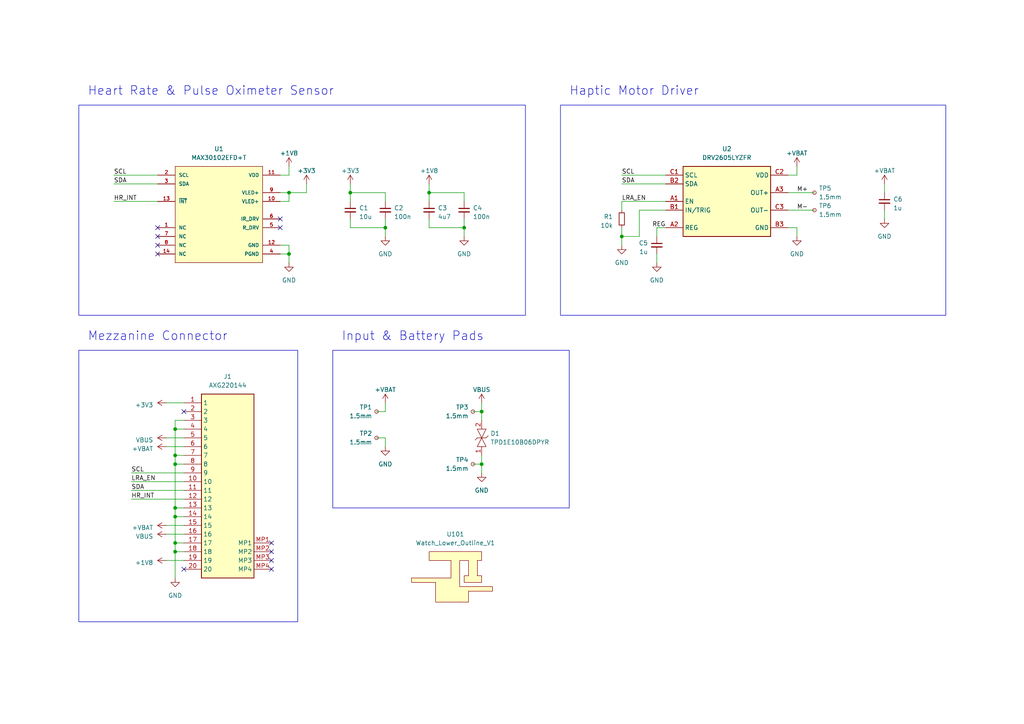
<source format=kicad_sch>
(kicad_sch (version 20230121) (generator eeschema)
  (paper "A4")
  (lib_symbols
    (symbol "AXG220144:AXG220144"
      (property "Reference" "J" (at 0 30.48 0))
      (property "Value" "AXG220144" (at 0 27.94 0))
      (symbol "AXG220144_1_1"
        (rectangle (start -7.62 25.4) (end 7.62 -27.94) (stroke (width 0.254)) (fill (type background)))
        (pin passive line (at -12.7 22.86 0) (length 5.08) (name "1") (number "1"))
        (pin passive line (at -12.7 0 0) (length 5.08) (name "10") (number "10"))
        (pin passive line (at -12.7 -2.54 0) (length 5.08) (name "11") (number "11"))
        (pin passive line (at -12.7 -5.08 0) (length 5.08) (name "12") (number "12"))
        (pin passive line (at -12.7 -7.62 0) (length 5.08) (name "13") (number "13"))
        (pin passive line (at -12.7 -10.16 0) (length 5.08) (name "14") (number "14"))
        (pin passive line (at -12.7 -12.7 0) (length 5.08) (name "15") (number "15"))
        (pin passive line (at -12.7 -15.24 0) (length 5.08) (name "16") (number "16"))
        (pin passive line (at -12.7 -17.78 0) (length 5.08) (name "17") (number "17"))
        (pin passive line (at -12.7 -20.32 0) (length 5.08) (name "18") (number "18"))
        (pin passive line (at -12.7 -22.86 0) (length 5.08) (name "19") (number "19"))
        (pin passive line (at -12.7 20.32 0) (length 5.08) (name "2") (number "2"))
        (pin passive line (at -12.7 -25.4 0) (length 5.08) (name "20") (number "20"))
        (pin passive line (at -12.7 17.78 0) (length 5.08) (name "3") (number "3"))
        (pin passive line (at -12.7 15.24 0) (length 5.08) (name "4") (number "4"))
        (pin passive line (at -12.7 12.7 0) (length 5.08) (name "5") (number "5"))
        (pin passive line (at -12.7 10.16 0) (length 5.08) (name "6") (number "6"))
        (pin passive line (at -12.7 7.62 0) (length 5.08) (name "7") (number "7"))
        (pin passive line (at -12.7 5.08 0) (length 5.08) (name "8") (number "8"))
        (pin passive line (at -12.7 2.54 0) (length 5.08) (name "9") (number "9"))
        (pin passive line (at 12.7 -17.78 180) (length 5.08) (name "MP1") (number "MP1"))
        (pin passive line (at 12.7 -20.32 180) (length 5.08) (name "MP2") (number "MP2"))
        (pin passive line (at 12.7 -22.86 180) (length 5.08) (name "MP3") (number "MP3"))
        (pin passive line (at 12.7 -25.4 180) (length 5.08) (name "MP4") (number "MP4"))
      )
    )
    (symbol "Connector:TestPoint_Small" (pin_numbers hide) (pin_names (offset 0.762) hide)
      (property "Reference" "TP" (at 0 3.81 0))
      (property "Value" "TestPoint_Small" (at 0 2.032 0))
      (symbol "TestPoint_Small_0_1"
        (circle (center 0 0) (radius 0.508))
      )
      (symbol "TestPoint_Small_1_1"
        (pin passive line (at 0 0 90) (length 0) (name "1") (number "1"))
      )
    )
    (symbol "DRV2605LYZFR:DRV2605LYZFR"
      (property "Reference" "U" (at 0 15.24 0))
      (property "Value" "DRV2605LYZFR" (at 0 12.7 0))
      (symbol "DRV2605LYZFR_1_1"
        (rectangle (start -12.7 10.16) (end 12.7 -10.16) (stroke (width 0.254)) (fill (type background)))
        (pin passive line (at -17.78 0 0) (length 5.08) (name "EN") (number "A1"))
        (pin passive line (at -17.78 -7.62 0) (length 5.08) (name "REG") (number "A2"))
        (pin passive line (at 17.78 2.54 180) (length 5.08) (name "OUT+") (number "A3"))
        (pin passive line (at -17.78 -2.54 0) (length 5.08) (name "IN/TRIG") (number "B1"))
        (pin passive line (at -17.78 5.08 0) (length 5.08) (name "SDA") (number "B2"))
        (pin passive line (at 17.78 -7.62 180) (length 5.08) (name "GND") (number "B3"))
        (pin passive line (at -17.78 7.62 0) (length 5.08) (name "SCL") (number "C1"))
        (pin passive line (at 17.78 7.62 180) (length 5.08) (name "VDD") (number "C2"))
        (pin passive line (at 17.78 -2.54 180) (length 5.08) (name "OUT-") (number "C3"))
      )
    )
    (symbol "Device:C_Small" (pin_numbers hide) (pin_names (offset 0.254) hide)
      (property "Reference" "C" (at 0.254 1.778 0))
      (property "Value" "C_Small" (at 0.254 -2.032 0))
      (symbol "C_Small_0_1"
        (polyline (pts (xy -1.524 -0.508) (xy 1.524 -0.508)) (stroke (width 0.3302)))
        (polyline (pts (xy -1.524 0.508) (xy 1.524 0.508)) (stroke (width 0.3048)))
      )
      (symbol "C_Small_1_1"
        (pin passive line (at 0 2.54 270) (length 2.032) (name "~") (number "1"))
        (pin passive line (at 0 -2.54 90) (length 2.032) (name "~") (number "2"))
      )
    )
    (symbol "Device:R_Small" (pin_numbers hide) (pin_names (offset 0.254) hide)
      (property "Reference" "R" (at 0.762 0.508 0))
      (property "Value" "R_Small" (at 0.762 -1.016 0))
      (symbol "R_Small_0_1"
        (rectangle (start -0.762 1.778) (end 0.762 -1.778) (stroke (width 0.2032)))
      )
      (symbol "R_Small_1_1"
        (pin passive line (at 0 2.54 270) (length 0.762) (name "~") (number "1"))
        (pin passive line (at 0 -2.54 90) (length 0.762) (name "~") (number "2"))
      )
    )
    (symbol "MAX30102EFD+T:MAX30102EFD+T" (pin_names (offset 1.016))
      (property "Reference" "U" (at 0 17.78 0))
      (property "Value" "MAX30102EFD+T" (at 0 15.24 0))
      (symbol "MAX30102EFD+T_1_1"
        (rectangle (start -12.7 12.7) (end 12.7 -15.24) (fill (type background)))
        (pin unspecified line (at -17.78 -5.08 0) (length 5.08) (name "NC") (number "1"))
        (pin unspecified line (at 17.78 2.54 180) (length 5.08) (name "VLED+") (number "10"))
        (pin unspecified line (at 17.78 10.16 180) (length 5.08) (name "VDD") (number "11"))
        (pin unspecified line (at 17.78 -10.16 180) (length 5.08) (name "GND") (number "12"))
        (pin unspecified line (at -17.78 2.54 0) (length 5.08) (name "~{INT}") (number "13"))
        (pin unspecified line (at -17.78 -12.7 0) (length 5.08) (name "NC") (number "14"))
        (pin unspecified line (at -17.78 10.16 0) (length 5.08) (name "SCL") (number "2"))
        (pin unspecified line (at -17.78 7.62 0) (length 5.08) (name "SDA") (number "3"))
        (pin unspecified line (at 17.78 -12.7 180) (length 5.08) (name "PGND") (number "4"))
        (pin unspecified line (at 17.78 -5.08 180) (length 5.08) (name "R_DRV") (number "5"))
        (pin unspecified line (at 17.78 -2.54 180) (length 5.08) (name "IR_DRV") (number "6"))
        (pin unspecified line (at -17.78 -7.62 0) (length 5.08) (name "NC") (number "7"))
        (pin unspecified line (at -17.78 -10.16 0) (length 5.08) (name "NC") (number "8"))
        (pin unspecified line (at 17.78 5.08 180) (length 5.08) (name "VLED+") (number "9"))
      )
    )
    (symbol "TPD1E10B06DPYR:TPD1E10B06DPYR" (pin_names hide)
      (property "Reference" "D" (at 0 5.08 0))
      (property "Value" "TPD1E10B06DPYR" (at 0 2.54 0))
      (symbol "TPD1E10B06DPYR_0_1"
        (polyline (pts (xy 0 -1.27) (xy 0.635 -1.905)))
        (polyline (pts (xy 0 1.27) (xy -0.635 1.905)))
        (polyline (pts (xy 0 1.27) (xy 0 -1.27)))
        (polyline (pts (xy -2.54 1.27) (xy 0 0) (xy -2.54 -1.27) (xy -2.54 1.27)))
        (polyline (pts (xy 2.54 -1.27) (xy 0 0) (xy 2.54 1.27) (xy 2.54 -1.27)))
      )
      (symbol "TPD1E10B06DPYR_1_1"
        (pin passive line (at -5.08 0 0) (length 2.54) (name "1") (number "1"))
        (pin passive line (at 5.08 0 180) (length 2.54) (name "2") (number "2"))
      )
    )
    (symbol "power:+1V8" (power) (pin_names (offset 0))
      (property "Value" "+1V8" (at 0 3.556 0))
      (symbol "+1V8_0_1"
        (polyline (pts (xy -0.762 1.27) (xy 0 2.54)))
        (polyline (pts (xy 0 0) (xy 0 2.54)))
        (polyline (pts (xy 0 2.54) (xy 0.762 1.27)))
      )
      (symbol "+1V8_1_1"
        (pin power_in line (at 0 0 90) (length 0) hide (name "+1V8") (number "1"))
      )
    )
    (symbol "power:+3V3" (power) (pin_names (offset 0))
      (property "Value" "+3V3" (at 0 3.556 0))
      (symbol "+3V3_0_1"
        (polyline (pts (xy -0.762 1.27) (xy 0 2.54)))
        (polyline (pts (xy 0 0) (xy 0 2.54)))
        (polyline (pts (xy 0 2.54) (xy 0.762 1.27)))
      )
      (symbol "+3V3_1_1"
        (pin power_in line (at 0 0 90) (length 0) hide (name "+3V3") (number "1"))
      )
    )
    (symbol "power:GND" (power) (pin_names (offset 0))
      (property "Value" "GND" (at 0 -3.81 0))
      (symbol "GND_0_1"
        (polyline (pts (xy 0 0) (xy 0 -1.27) (xy 1.27 -1.27) (xy 0 -2.54) (xy -1.27 -1.27) (xy 0 -1.27)))
      )
      (symbol "GND_1_1"
        (pin power_in line (at 0 0 270) (length 0) hide (name "GND") (number "1"))
      )
    )
    (symbol "power:VBUS" (power) (pin_names (offset 0))
      (property "Value" "VBUS" (at 0 3.81 0))
      (symbol "VBUS_0_1"
        (polyline (pts (xy -0.762 1.27) (xy 0 2.54)))
        (polyline (pts (xy 0 0) (xy 0 2.54)))
        (polyline (pts (xy 0 2.54) (xy 0.762 1.27)))
      )
      (symbol "VBUS_1_1"
        (pin power_in line (at 0 0 90) (length 0) hide (name "VBUS") (number "1"))
      )
    )
    (symbol "watch_symbols_lib:+VBAT" (power) (pin_names (offset 0))
      (property "Value" "+VBAT" (at 0 3.556 0))
      (symbol "+VBAT_0_1"
        (polyline (pts (xy -0.762 1.27) (xy 0 2.54)))
        (polyline (pts (xy 0 0) (xy 0 2.54)))
        (polyline (pts (xy 0 2.54) (xy 0.762 1.27)))
      )
      (symbol "+VBAT_1_1"
        (pin power_in line (at 0 0 90) (length 0) hide (name "+VBAT") (number "1"))
      )
    )
    (symbol "watch_symbols_lib:Watch_Lower_Outline_V1_1" (in_bom no)
      (property "Reference" "U" (at 0 12.7 0))
      (property "Value" "Watch_Lower_Outline_V1" (at 0 10.16 0))
      (symbol "Watch_Lower_Outline_V1_1_1_1"
        (rectangle (start -12.7 0) (end -5.715 -1.27) (stroke (width -0.0001)) (fill (type background)))
        (rectangle (start -7.62 7.62) (end 7.62 5.08) (stroke (width -0.0001)) (fill (type background)))
        (rectangle (start -5.715 0) (end 1.27 -6.985) (stroke (width -0.0001)) (fill (type background)))
        (rectangle (start -1.27 5.08) (end 1.27 -2.54) (stroke (width -0.0001)) (fill (type background)))
        (polyline (pts (xy 3.81 -3.81) (xy 3.81 -6.985) (xy -5.715 -6.985) (xy -5.715 -1.27) (xy -12.7 -1.27) (xy -12.7 0) (xy -1.27 0) (xy -1.27 5.08) (xy -7.62 5.08) (xy -7.62 7.62) (xy 7.62 7.62) (xy 7.62 5.08) (xy 6.35 5.08) (xy 6.35 0.635) (xy 7.62 0.635) (xy 7.62 -1.27) (xy 2.54 -1.27) (xy 2.54 0.635) (xy 3.81 0.635) (xy 3.81 5.08) (xy 1.27 5.08) (xy 1.27 -2.54) (xy 10.795 -2.54) (xy 10.795 -3.81) (xy 5.715 -3.81) (xy 3.81 -3.81)))
        (rectangle (start 1.27 -2.54) (end 3.81 -6.985) (stroke (width -0.0001)) (fill (type background)))
        (rectangle (start 2.54 0.635) (end 7.62 -1.27) (stroke (width -0.0001)) (fill (type background)))
        (rectangle (start 3.81 -2.54) (end 10.795 -3.81) (stroke (width -0.0001)) (fill (type background)))
        (rectangle (start 3.81 5.08) (end 6.35 0.635) (stroke (width -0.0001)) (fill (type background)))
      )
    )
  )
  (junction (at 50.8 157.48))
  (junction (at 50.8 160.02))
  (junction (at 124.46 55.88))
  (junction (at 139.7 119.38))
  (junction (at 83.82 73.66))
  (junction (at 134.62 66.04))
  (junction (at 50.8 147.32))
  (junction (at 50.8 124.46))
  (junction (at 180.34 68.58))
  (junction (at 50.8 134.62))
  (junction (at 50.8 149.86))
  (junction (at 50.8 132.08))
  (junction (at 101.6 55.88))
  (junction (at 83.82 55.88))
  (junction (at 139.7 134.62))
  (junction (at 111.76 66.04))
  (no_connect (at 81.28 66.04))
  (no_connect (at 78.74 160.02))
  (no_connect (at 45.72 73.66))
  (no_connect (at 81.28 63.5))
  (no_connect (at 78.74 157.48))
  (no_connect (at 45.72 68.58))
  (no_connect (at 45.72 71.12))
  (no_connect (at 78.74 162.56))
  (no_connect (at 45.72 66.04))
  (no_connect (at 53.34 119.38))
  (no_connect (at 53.34 165.1))
  (no_connect (at 78.74 165.1))
  (wire (pts (xy 50.8 149.86) (xy 50.8 157.48)))
  (wire (pts (xy 139.7 116.84) (xy 139.7 119.38)))
  (wire (pts (xy 48.26 116.84) (xy 53.34 116.84)))
  (wire (pts (xy 193.04 66.04) (xy 190.5 66.04)))
  (wire (pts (xy 111.76 63.5) (xy 111.76 66.04)))
  (wire (pts (xy 231.14 50.8) (xy 228.6 50.8)))
  (wire (pts (xy 48.26 162.56) (xy 53.34 162.56)))
  (wire (pts (xy 83.82 73.66) (xy 81.28 73.66)))
  (wire (pts (xy 139.7 132.08) (xy 139.7 134.62)))
  (wire (pts (xy 256.54 53.34) (xy 256.54 55.88)))
  (wire (pts (xy 180.34 53.34) (xy 193.04 53.34)))
  (wire (pts (xy 48.26 129.54) (xy 53.34 129.54)))
  (wire (pts (xy 81.28 50.8) (xy 83.82 50.8)))
  (wire (pts (xy 190.5 66.04) (xy 190.5 68.58)))
  (wire (pts (xy 124.46 53.34) (xy 124.46 55.88)))
  (wire (pts (xy 50.8 132.08) (xy 50.8 134.62)))
  (wire (pts (xy 101.6 55.88) (xy 101.6 58.42)))
  (wire (pts (xy 139.7 119.38) (xy 137.16 119.38)))
  (wire (pts (xy 111.76 58.42) (xy 111.76 55.88)))
  (wire (pts (xy 33.02 58.42) (xy 45.72 58.42)))
  (wire (pts (xy 50.8 149.86) (xy 53.34 149.86)))
  (wire (pts (xy 38.1 137.16) (xy 53.34 137.16)))
  (wire (pts (xy 53.34 124.46) (xy 50.8 124.46)))
  (wire (pts (xy 134.62 66.04) (xy 134.62 68.58)))
  (wire (pts (xy 50.8 147.32) (xy 50.8 149.86)))
  (wire (pts (xy 38.1 142.24) (xy 53.34 142.24)))
  (wire (pts (xy 50.8 157.48) (xy 50.8 160.02)))
  (wire (pts (xy 50.8 124.46) (xy 50.8 132.08)))
  (wire (pts (xy 101.6 66.04) (xy 111.76 66.04)))
  (wire (pts (xy 185.42 60.96) (xy 185.42 68.58)))
  (wire (pts (xy 53.34 134.62) (xy 50.8 134.62)))
  (wire (pts (xy 50.8 134.62) (xy 50.8 147.32)))
  (wire (pts (xy 53.34 121.92) (xy 50.8 121.92)))
  (wire (pts (xy 48.26 152.4) (xy 53.34 152.4)))
  (wire (pts (xy 111.76 119.38) (xy 109.22 119.38)))
  (wire (pts (xy 228.6 66.04) (xy 231.14 66.04)))
  (wire (pts (xy 48.26 127) (xy 53.34 127)))
  (wire (pts (xy 111.76 116.84) (xy 111.76 119.38)))
  (wire (pts (xy 33.02 53.34) (xy 45.72 53.34)))
  (wire (pts (xy 38.1 139.7) (xy 53.34 139.7)))
  (wire (pts (xy 38.1 144.78) (xy 53.34 144.78)))
  (wire (pts (xy 83.82 71.12) (xy 83.82 73.66)))
  (wire (pts (xy 83.82 55.88) (xy 81.28 55.88)))
  (wire (pts (xy 124.46 55.88) (xy 124.46 58.42)))
  (wire (pts (xy 139.7 134.62) (xy 139.7 137.16)))
  (wire (pts (xy 50.8 121.92) (xy 50.8 124.46)))
  (wire (pts (xy 185.42 68.58) (xy 180.34 68.58)))
  (wire (pts (xy 83.82 48.26) (xy 83.82 50.8)))
  (wire (pts (xy 83.82 58.42) (xy 83.82 55.88)))
  (wire (pts (xy 33.02 50.8) (xy 45.72 50.8)))
  (wire (pts (xy 124.46 66.04) (xy 134.62 66.04)))
  (wire (pts (xy 139.7 134.62) (xy 137.16 134.62)))
  (wire (pts (xy 190.5 76.2) (xy 190.5 73.66)))
  (wire (pts (xy 124.46 63.5) (xy 124.46 66.04)))
  (wire (pts (xy 231.14 48.26) (xy 231.14 50.8)))
  (wire (pts (xy 81.28 71.12) (xy 83.82 71.12)))
  (wire (pts (xy 83.82 76.2) (xy 83.82 73.66)))
  (wire (pts (xy 231.14 68.58) (xy 231.14 66.04)))
  (wire (pts (xy 101.6 53.34) (xy 101.6 55.88)))
  (wire (pts (xy 256.54 63.5) (xy 256.54 60.96)))
  (wire (pts (xy 180.34 58.42) (xy 193.04 58.42)))
  (wire (pts (xy 124.46 55.88) (xy 134.62 55.88)))
  (wire (pts (xy 50.8 160.02) (xy 53.34 160.02)))
  (wire (pts (xy 101.6 55.88) (xy 111.76 55.88)))
  (wire (pts (xy 111.76 127) (xy 109.22 127)))
  (wire (pts (xy 50.8 157.48) (xy 53.34 157.48)))
  (wire (pts (xy 111.76 129.54) (xy 111.76 127)))
  (wire (pts (xy 228.6 55.88) (xy 236.22 55.88)))
  (wire (pts (xy 180.34 60.96) (xy 180.34 58.42)))
  (wire (pts (xy 139.7 119.38) (xy 139.7 121.92)))
  (wire (pts (xy 134.62 63.5) (xy 134.62 66.04)))
  (wire (pts (xy 53.34 132.08) (xy 50.8 132.08)))
  (wire (pts (xy 185.42 60.96) (xy 193.04 60.96)))
  (wire (pts (xy 48.26 154.94) (xy 53.34 154.94)))
  (wire (pts (xy 88.9 53.34) (xy 88.9 55.88)))
  (wire (pts (xy 134.62 55.88) (xy 134.62 58.42)))
  (wire (pts (xy 111.76 66.04) (xy 111.76 68.58)))
  (wire (pts (xy 228.6 60.96) (xy 236.22 60.96)))
  (wire (pts (xy 53.34 147.32) (xy 50.8 147.32)))
  (wire (pts (xy 50.8 160.02) (xy 50.8 167.64)))
  (wire (pts (xy 180.34 68.58) (xy 180.34 66.04)))
  (wire (pts (xy 81.28 58.42) (xy 83.82 58.42)))
  (wire (pts (xy 180.34 50.8) (xy 193.04 50.8)))
  (wire (pts (xy 180.34 68.58) (xy 180.34 71.12)))
  (wire (pts (xy 101.6 63.5) (xy 101.6 66.04)))
  (wire (pts (xy 88.9 55.88) (xy 83.82 55.88)))
  (rectangle (start 22.86 101.6) (end 86.36 180.34))
  (rectangle (start 22.86 30.48) (end 152.4 91.44))
  (rectangle (start 162.56 30.48) (end 274.32 91.44))
  (rectangle (start 96.52 101.6) (end 165.1 147.32))
  (text "Mezzanine Connector" (at 25.4 99.06 0) (effects (font (size 2.54 2.54)) (justify left bottom)))
  (text "Heart Rate & Pulse Oximeter Sensor" (at 25.4 27.94 0) (effects (font (size 2.54 2.54)) (justify left bottom)))
  (text "Input & Battery Pads" (at 99.06 99.06 0) (effects (font (size 2.54 2.54)) (justify left bottom)))
  (text "Haptic Motor Driver" (at 165.1 27.94 0) (effects (font (size 2.54 2.54)) (justify left bottom)))
  (label "HR_INT" (at 33.02 58.42 0))
  (label "M+" (at 231.14 55.88 0))
  (label "M-" (at 231.14 60.96 0))
  (label "SDA" (at 38.1 142.24 0))
  (label "SDA" (at 33.02 53.34 0))
  (label "REG" (at 193.04 66.04 180))
  (label "LRA_EN" (at 180.34 58.42 0))
  (label "LRA_EN" (at 38.1 139.7 0))
  (label "SCL" (at 180.34 50.8 0))
  (label "SDA" (at 180.34 53.34 0))
  (label "SCL" (at 33.02 50.8 0))
  (label "SCL" (at 38.1 137.16 0))
  (label "HR_INT" (at 38.1 144.78 0))
  (symbol (lib_id "watch_symbols_lib:+VBAT") (at 256.54 53.34 0) (unit 1)
    (property "Reference" "#PWR025" (effects hide))
    (property "Value" "+VBAT" (at 256.54 49.53 0))
  )
  (symbol (lib_id "power:GND") (at 231.14 68.58 0) (unit 1)
    (property "Reference" "#PWR024" (effects hide))
    (property "Value" "GND" (at 231.14 73.66 0))
  )
  (symbol (lib_id "power:+1V8") (at 83.82 48.26 0) (unit 1)
    (property "Reference" "#PWR010" (effects hide))
    (property "Value" "+1V8" (at 83.82 44.45 0))
  )
  (symbol (lib_id "power:GND") (at 190.5 76.2 0) (unit 1)
    (property "Reference" "#PWR022" (effects hide))
    (property "Value" "GND" (at 190.5 81.28 0))
  )
  (symbol (lib_id "Device:R_Small") (at 180.34 63.5 0) (mirror y) (unit 1)
    (property "Reference" "R1" (at 177.8 62.865 0) (effects (justify left)))
    (property "Value" "10k" (at 177.8 65.405 0) (effects (justify left)))
    (property "Footprint" "Resistor_SMD:R_0402_1005Metric" (effects hide))
  )
  (symbol (lib_id "watch_symbols_lib:+VBAT") (at 48.26 129.54 90) (unit 1)
    (property "Reference" "#PWR04" (effects hide))
    (property "Value" "+VBAT" (at 44.45 130.175 90) (effects (justify left)))
  )
  (symbol (lib_id "power:VBUS") (at 48.26 127 90) (unit 1)
    (property "Reference" "#PWR03" (effects hide))
    (property "Value" "VBUS" (at 44.45 127.635 90) (effects (justify left)))
  )
  (symbol (lib_id "power:GND") (at 256.54 63.5 0) (unit 1)
    (property "Reference" "#PWR026" (effects hide))
    (property "Value" "GND" (at 256.54 68.58 0))
  )
  (symbol (lib_id "power:+3V3") (at 88.9 53.34 0) (unit 1)
    (property "Reference" "#PWR012" (effects hide))
    (property "Value" "+3V3" (at 88.9 49.53 0))
  )
  (symbol (lib_id "power:+1V8") (at 124.46 53.34 0) (unit 1)
    (property "Reference" "#PWR017" (effects hide))
    (property "Value" "+1V8" (at 124.46 49.53 0))
  )
  (symbol (lib_id "watch_symbols_lib:+VBAT") (at 231.14 48.26 0) (unit 1)
    (property "Reference" "#PWR023" (effects hide))
    (property "Value" "+VBAT" (at 231.14 44.45 0))
  )
  (symbol (lib_id "power:+3V3") (at 101.6 53.34 0) (unit 1)
    (property "Reference" "#PWR013" (effects hide))
    (property "Value" "+3V3" (at 101.6 49.53 0))
  )
  (symbol (lib_id "Device:C_Small") (at 190.5 71.12 0) (mirror y) (unit 1)
    (property "Reference" "C5" (at 187.96 70.4913 0) (effects (justify left)))
    (property "Value" "1u" (at 187.96 73.0313 0) (effects (justify left)))
    (property "Footprint" "Capacitor_SMD:C_0402_1005Metric" (effects hide))
  )
  (symbol (lib_id "power:+3V3") (at 48.26 116.84 90) (unit 1)
    (property "Reference" "#PWR0101" (effects hide))
    (property "Value" "+3V3" (at 44.45 117.475 90) (effects (justify left)))
  )
  (symbol (lib_id "Connector:TestPoint_Small") (at 109.22 127 0) (mirror y) (unit 1)
    (property "Reference" "TP2" (at 107.95 125.73 0) (effects (justify left)))
    (property "Value" "1.5mm" (at 107.95 128.27 0) (effects (justify left)))
    (property "Footprint" "TestPoint:TestPoint_Pad_D1.5mm" (effects hide))
  )
  (symbol (lib_id "power:GND") (at 139.7 137.16 0) (unit 1)
    (property "Reference" "#PWR020" (effects hide))
    (property "Value" "GND" (at 139.7 142.24 0))
  )
  (symbol (lib_id "power:VBUS") (at 139.7 116.84 0) (unit 1)
    (property "Reference" "#PWR019" (effects hide))
    (property "Value" "VBUS" (at 139.7 113.03 0))
  )
  (symbol (lib_id "power:VBUS") (at 48.26 154.94 90) (unit 1)
    (property "Reference" "#PWR06" (effects hide))
    (property "Value" "VBUS" (at 44.45 155.575 90) (effects (justify left)))
  )
  (symbol (lib_id "power:GND") (at 111.76 68.58 0) (unit 1)
    (property "Reference" "#PWR014" (effects hide))
    (property "Value" "GND" (at 111.76 73.66 0))
  )
  (symbol (lib_id "watch_symbols_lib:+VBAT") (at 48.26 152.4 90) (unit 1)
    (property "Reference" "#PWR05" (effects hide))
    (property "Value" "+VBAT" (at 44.45 153.035 90) (effects (justify left)))
  )
  (symbol (lib_id "TPD1E10B06DPYR:TPD1E10B06DPYR") (at 139.7 127 90) (unit 1)
    (property "Reference" "D1" (at 142.24 125.73 90) (effects (justify right)))
    (property "Value" "TPD1E10B06DPYR" (at 142.24 128.27 90) (effects (justify right)))
    (property "Footprint" "watch_footprints:TPD1E10B06DPYR" (effects hide))
    (property "Datasheet" "https://www.ti.com/lit/ds/symlink/tpd1e10b06.pdf?HQS=dis-mous-null-mousermode-dsf-pf-null-wwe&ts=1703011955003&ref_url=https%253A%252F%252Fbr.mouser.com%252F" (effects hide))
    (property "Height" "0.45" (effects hide))
    (property "Mouser Part Number" "595-TPD1E10B06DPYR" (effects hide))
    (property "Mouser Price/Stock" "https://www.mouser.co.uk/ProductDetail/Texas-Instruments/TPD1E10B06DPYR?qs=UFc95S4Z4CaJYpQ4xqTc0g%3D%3D" (effects hide))
    (property "Manufacturer_Name" "Texas Instruments" (effects hide))
    (property "Manufacturer_Part_Number" "TPD1E10B06DPYR" (effects hide))
  )
  (symbol (lib_id "power:GND") (at 111.76 129.54 0) (unit 1)
    (property "Reference" "#PWR016" (effects hide))
    (property "Value" "GND" (at 111.76 134.62 0))
  )
  (symbol (lib_id "power:+1V8") (at 48.26 162.56 90) (unit 1)
    (property "Reference" "#PWR07" (effects hide))
    (property "Value" "+1V8" (at 44.45 163.195 90) (effects (justify left)))
  )
  (symbol (lib_id "AXG220144:AXG220144") (at 66.04 139.7 0) (unit 1)
    (property "Reference" "J1" (at 66.04 109.22 0))
    (property "Value" "AXG220144" (at 66.04 111.76 0))
    (property "Footprint" "watch_footprints:AXG220144" (effects hide))
    (property "Datasheet" "https://www.mouser.com/datasheet/2/315/con_eng_s35-1075714.pdf" (effects hide))
    (property "Height" "0.66" (effects hide))
    (property "Manufacturer_Name" "Panasonic" (effects hide))
    (property "Manufacturer_Part_Number" "AXG220144" (effects hide))
    (property "Mouser Part Number" "769-AXG220144" (effects hide))
    (property "Mouser Price/Stock" "https://www.mouser.co.uk/ProductDetail/Panasonic-Industrial-Devices/AXG220144?qs=MNIFWdyJgbqoES8luJlP4A%3D%3D" (effects hide))
    (property "Arrow Part Number" "AXG220144" (effects hide))
    (property "Arrow Price/Stock" "https://www.arrow.com/en/products/axg220144/panasonic?region=nac" (effects hide))
  )
  (symbol (lib_id "Device:C_Small") (at 134.62 60.96 0) (unit 1)
    (property "Reference" "C4" (at 137.16 60.3313 0) (effects (justify left)))
    (property "Value" "100n" (at 137.16 62.8713 0) (effects (justify left)))
    (property "Footprint" "Capacitor_SMD:C_0402_1005Metric" (effects hide))
  )
  (symbol (lib_id "power:GND") (at 50.8 167.64 0) (unit 1)
    (property "Reference" "#PWR09" (effects hide))
    (property "Value" "GND" (at 50.8 172.72 0))
  )
  (symbol (lib_id "Device:C_Small") (at 124.46 60.96 0) (unit 1)
    (property "Reference" "C3" (at 127 60.3313 0) (effects (justify left)))
    (property "Value" "4u7" (at 127 62.8713 0) (effects (justify left)))
    (property "Footprint" "Capacitor_SMD:C_0402_1005Metric" (effects hide))
  )
  (symbol (lib_id "Connector:TestPoint_Small") (at 137.16 119.38 0) (mirror y) (unit 1)
    (property "Reference" "TP3" (at 135.89 118.11 0) (effects (justify left)))
    (property "Value" "1.5mm" (at 135.89 120.65 0) (effects (justify left)))
    (property "Footprint" "TestPoint:TestPoint_Pad_D1.5mm" (effects hide))
  )
  (symbol (lib_id "watch_symbols_lib:Watch_Lower_Outline_V1_1") (at 132.08 167.64 0) (unit 1) (in_bom no)
    (property "Reference" "U101" (at 132.08 154.94 0))
    (property "Value" "Watch_Lower_Outline_V1" (at 132.08 157.48 0))
    (property "Footprint" "watch_footprints:Watch Lower Outline V1" (effects hide))
  )
  (symbol (lib_id "Device:C_Small") (at 111.76 60.96 0) (unit 1)
    (property "Reference" "C2" (at 114.3 60.3313 0) (effects (justify left)))
    (property "Value" "100n" (at 114.3 62.8713 0) (effects (justify left)))
    (property "Footprint" "Capacitor_SMD:C_0402_1005Metric" (effects hide))
  )
  (symbol (lib_id "Device:C_Small") (at 101.6 60.96 0) (unit 1)
    (property "Reference" "C1" (at 104.14 60.3313 0) (effects (justify left)))
    (property "Value" "10u" (at 104.14 62.8713 0) (effects (justify left)))
    (property "Footprint" "Capacitor_SMD:C_0402_1005Metric" (effects hide))
  )
  (symbol (lib_id "Connector:TestPoint_Small") (at 236.22 55.88 0) (unit 1)
    (property "Reference" "TP5" (at 237.49 54.61 0) (effects (justify left)))
    (property "Value" "1.5mm" (at 237.49 57.15 0) (effects (justify left)))
    (property "Footprint" "TestPoint:TestPoint_Pad_D1.5mm" (effects hide))
  )
  (symbol (lib_id "DRV2605LYZFR:DRV2605LYZFR") (at 210.82 58.42 0) (unit 1)
    (property "Reference" "U2" (at 210.82 43.18 0))
    (property "Value" "DRV2605LYZFR" (at 210.82 45.72 0))
    (property "Footprint" "BGA9C50P3X3_144X144X62" (effects hide))
    (property "Datasheet" "http://www.ti.com/lit/gpn/drv2605l" (effects hide))
    (property "Height" "0.625" (effects hide))
    (property "Mouser Part Number" "595-DRV2605LYZFR" (effects hide))
    (property "Mouser Price/Stock" "https://www.mouser.co.uk/ProductDetail/Texas-Instruments/DRV2605LYZFR?qs=7z%252BmIopC6%2FIPohzEGVWenA%3D%3D" (effects hide))
    (property "Manufacturer_Name" "Texas Instruments" (effects hide))
    (property "Manufacturer_Part_Number" "DRV2605LYZFR" (effects hide))
  )
  (symbol (lib_id "Device:C_Small") (at 256.54 58.42 0) (unit 1)
    (property "Reference" "C6" (at 259.08 57.7913 0) (effects (justify left)))
    (property "Value" "1u" (at 259.08 60.3313 0) (effects (justify left)))
    (property "Footprint" "Capacitor_SMD:C_0402_1005Metric" (effects hide))
  )
  (symbol (lib_id "power:GND") (at 180.34 71.12 0) (unit 1)
    (property "Reference" "#PWR021" (effects hide))
    (property "Value" "GND" (at 180.34 76.2 0))
  )
  (symbol (lib_id "MAX30102EFD+T:MAX30102EFD+T") (at 63.5 60.96 0) (unit 1)
    (property "Reference" "U1" (at 63.5 43.18 0))
    (property "Value" "MAX30102EFD+T" (at 63.5 45.72 0))
    (property "Footprint" "watch_footprints:MAX30102EFD+T" (effects hide))
    (property "Datasheet" "https://datasheets.maximintegrated.com/en/ds/MAX30102.pdf" (effects hide))
    (property "category" "IC" (effects hide))
    (property "digikey description" "INTEGRATED OPTICAL SENSOR" (effects hide))
    (property "digikey part number" "MAX30102EFD+TCT-ND" (effects hide))
    (property "lead free" "yes" (effects hide))
    (property "library id" "1a299af959c0e6a4" (effects hide))
    (property "manufacturer" "Maxim Electronics" (effects hide))
    (property "mouser part number" "700-MAX30102EFD+T" (effects hide))
    (property "package" "LGA14" (effects hide))
    (property "rohs" "yes" (effects hide))
    (property "temperature range high" "+85°C" (effects hide))
    (property "temperature range low" "-40°C" (effects hide))
  )
  (symbol (lib_id "power:GND") (at 134.62 68.58 0) (unit 1)
    (property "Reference" "#PWR018" (effects hide))
    (property "Value" "GND" (at 134.62 73.66 0))
  )
  (symbol (lib_id "Connector:TestPoint_Small") (at 137.16 134.62 0) (mirror y) (unit 1)
    (property "Reference" "TP4" (at 135.89 133.35 0) (effects (justify left)))
    (property "Value" "1.5mm" (at 135.89 135.89 0) (effects (justify left)))
    (property "Footprint" "TestPoint:TestPoint_Pad_D1.5mm" (effects hide))
  )
  (symbol (lib_id "power:GND") (at 83.82 76.2 0) (unit 1)
    (property "Reference" "#PWR011" (effects hide))
    (property "Value" "GND" (at 83.82 81.28 0))
  )
  (symbol (lib_id "watch_symbols_lib:+VBAT") (at 111.76 116.84 0) (unit 1)
    (property "Reference" "#PWR015" (effects hide))
    (property "Value" "+VBAT" (at 111.76 113.03 0))
  )
  (symbol (lib_id "Connector:TestPoint_Small") (at 236.22 60.96 0) (unit 1)
    (property "Reference" "TP6" (at 237.49 59.69 0) (effects (justify left)))
    (property "Value" "1.5mm" (at 237.49 62.23 0) (effects (justify left)))
    (property "Footprint" "TestPoint:TestPoint_Pad_D1.5mm" (effects hide))
  )
  (symbol (lib_id "Connector:TestPoint_Small") (at 109.22 119.38 0) (mirror y) (unit 1)
    (property "Reference" "TP1" (at 107.95 118.11 0) (effects (justify left)))
    (property "Value" "1.5mm" (at 107.95 120.65 0) (effects (justify left)))
    (property "Footprint" "TestPoint:TestPoint_Pad_D1.5mm" (effects hide))
  )
)
</source>
